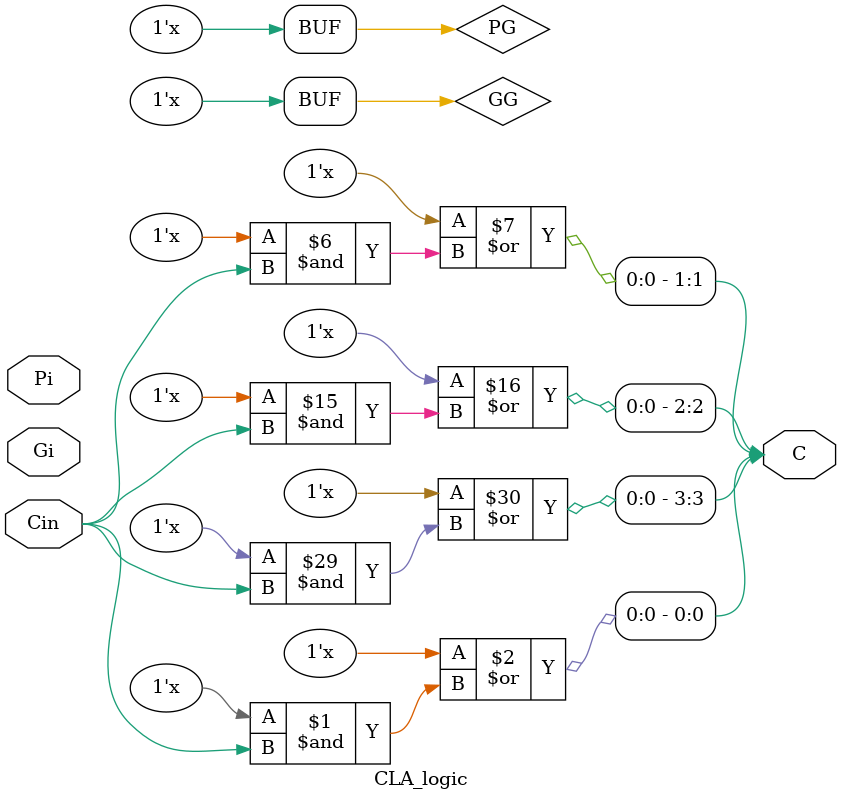
<source format=v>
module CLA_logic(
	input [3:0] Pi, //propogate 
	input [3:0] Gi, //generate
	input Cin,
	output [3:0] C);
	//output PG, GG);


assign C[0] = G[0] | (P[0]&Cin);
assign C[1] = G[1] | (P[1]&G[0]) | (P[1]&P[0]&Cin);
assign C[2] = G[2] | (P[2]&G[1]) | (P[2]&P[1]&G[0]) | (P[2]&P[1]&P[0]&Cin);
assign C[3] = G[3] | (P[3]&G[2]) | (P[3]&P[2]&G[1]) | (P[3]&P[2]&P[1]&G[0]) | (P[3]&P[2]&P[1]&P[0]&Cin);

assign PG = P[3]&P[2]&P[1]&P[0]; //group propogate
assign GG =  G[3] | (P[3]&G[2]) | (P[3]&P[2]&G[1]) | (P[3]&P[2]&P[1]&G[0]); //group generate
endmodule

	
</source>
